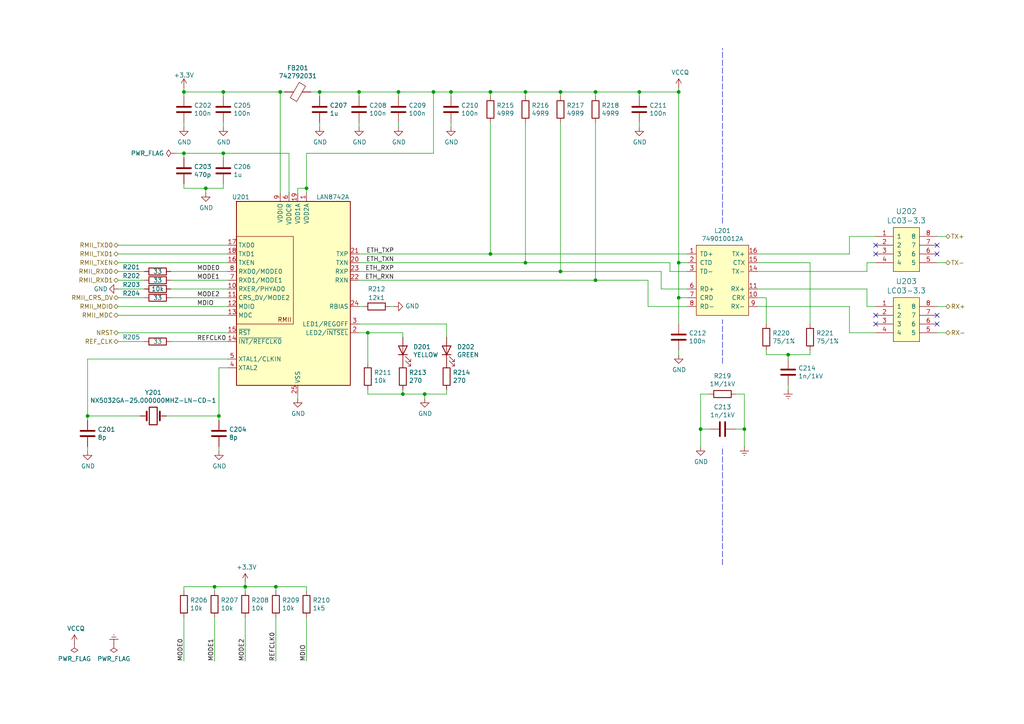
<source format=kicad_sch>
(kicad_sch (version 20230121) (generator eeschema)
  (paper "A4")
  (title_block (date "2023-07-12") (rev "1.1"))
  (lib_symbols
    (symbol "Device:C" (pin_numbers hide) (pin_names (offset 0.254))
      (property "Reference" "C" (at 0.635 2.54 0))
      (property "Value" "C" (at 0.635 -2.54 0))
      (symbol "C_0_1"
        (polyline (pts (xy -2.032 -0.762) (xy 2.032 -0.762)) (stroke (width 0.508)))
        (polyline (pts (xy -2.032 0.762) (xy 2.032 0.762)) (stroke (width 0.508)))
      )
      (symbol "C_1_1"
        (pin passive line (at 0 3.81 270) (length 2.794) (name "~") (number "1"))
        (pin passive line (at 0 -3.81 90) (length 2.794) (name "~") (number "2"))
      )
    )
    (symbol "Device:Crystal" (pin_numbers hide) (pin_names (offset 1.016) hide)
      (property "Reference" "Y" (at 0 3.81 0))
      (property "Value" "Crystal" (at 0 -3.81 0))
      (symbol "Crystal_0_1"
        (rectangle (start -1.143 2.54) (end 1.143 -2.54) (stroke (width 0.3048)))
        (polyline (pts (xy -2.54 0) (xy -1.905 0)))
        (polyline (pts (xy -1.905 -1.27) (xy -1.905 1.27)) (stroke (width 0.508)))
        (polyline (pts (xy 1.905 -1.27) (xy 1.905 1.27)) (stroke (width 0.508)))
        (polyline (pts (xy 2.54 0) (xy 1.905 0)))
      )
      (symbol "Crystal_1_1"
        (pin passive line (at -3.81 0 0) (length 1.27) (name "1") (number "1"))
        (pin passive line (at 3.81 0 180) (length 1.27) (name "2") (number "2"))
      )
    )
    (symbol "Device:Ferrite_Bead" (pin_numbers hide) (pin_names (offset 0))
      (property "Reference" "FB" (at -3.81 0.635 90))
      (property "Value" "Device_Ferrite_Bead" (at 3.81 0 90))
      (symbol "Ferrite_Bead_0_1"
        (polyline (pts (xy 0 -1.27) (xy 0 -1.2192)))
        (polyline (pts (xy 0 1.27) (xy 0 1.2954)))
        (polyline (pts (xy -2.7686 0.4064) (xy -1.7018 2.2606) (xy 2.7686 -0.3048) (xy 1.6764 -2.159) (xy -2.7686 0.4064)))
      )
      (symbol "Ferrite_Bead_1_1"
        (pin passive line (at 0 3.81 270) (length 2.54) (name "~") (number "1"))
        (pin passive line (at 0 -3.81 90) (length 2.54) (name "~") (number "2"))
      )
    )
    (symbol "Device:LED" (pin_numbers hide) (pin_names (offset 1.016) hide)
      (property "Reference" "D" (at 0 2.54 0))
      (property "Value" "LED" (at 0 -2.54 0))
      (symbol "LED_0_1"
        (polyline (pts (xy -1.27 -1.27) (xy -1.27 1.27)) (stroke (width 0.254)))
        (polyline (pts (xy -1.27 0) (xy 1.27 0)))
        (polyline (pts (xy 1.27 -1.27) (xy 1.27 1.27) (xy -1.27 0) (xy 1.27 -1.27)) (stroke (width 0.254)))
        (polyline (pts (xy -3.048 -0.762) (xy -4.572 -2.286) (xy -3.81 -2.286) (xy -4.572 -2.286) (xy -4.572 -1.524)))
        (polyline (pts (xy -1.778 -0.762) (xy -3.302 -2.286) (xy -2.54 -2.286) (xy -3.302 -2.286) (xy -3.302 -1.524)))
      )
      (symbol "LED_1_1"
        (pin passive line (at -3.81 0 0) (length 2.54) (name "K") (number "1"))
        (pin passive line (at 3.81 0 180) (length 2.54) (name "A") (number "2"))
      )
    )
    (symbol "Device:R" (pin_numbers hide) (pin_names (offset 0))
      (property "Reference" "R" (at 2.032 0 90))
      (property "Value" "R" (at 0 0 90))
      (symbol "R_0_1"
        (rectangle (start -1.016 -2.54) (end 1.016 2.54) (stroke (width 0.254)))
      )
      (symbol "R_1_1"
        (pin passive line (at 0 3.81 270) (length 1.27) (name "~") (number "1"))
        (pin passive line (at 0 -3.81 90) (length 1.27) (name "~") (number "2"))
      )
    )
    (symbol "ETH1CSMU2:749010012A" (pin_names (offset 1.016))
      (property "Reference" "L" (at 0 13.97 0))
      (property "Value" "749010012A" (at 0 11.43 0))
      (symbol "749010012A_0_1"
        (rectangle (start -7.62 10.16) (end 7.62 -10.16) (fill (type background)))
      )
      (symbol "749010012A_1_1"
        (pin bidirectional line (at -10.16 7.62 0) (length 2.54) (name "TD+") (number "1"))
        (pin bidirectional line (at 10.16 -5.08 180) (length 2.54) (name "CRX") (number "10"))
        (pin bidirectional line (at 10.16 -2.54 180) (length 2.54) (name "RX+") (number "11"))
        (pin bidirectional line (at 10.16 2.54 180) (length 2.54) (name "TX-") (number "14"))
        (pin bidirectional line (at 10.16 5.08 180) (length 2.54) (name "CTX") (number "15"))
        (pin bidirectional line (at 10.16 7.62 180) (length 2.54) (name "TX+") (number "16"))
        (pin passive line (at -10.16 5.08 0) (length 2.54) (name "CTD") (number "2"))
        (pin bidirectional line (at -10.16 2.54 0) (length 2.54) (name "TD-") (number "3"))
        (pin bidirectional line (at -10.16 -2.54 0) (length 2.54) (name "RD+") (number "6"))
        (pin passive line (at -10.16 -5.08 0) (length 2.54) (name "CRD") (number "7"))
        (pin bidirectional line (at -10.16 -7.62 0) (length 2.54) (name "RD-") (number "8"))
        (pin bidirectional line (at 10.16 -7.62 180) (length 2.54) (name "RX-") (number "9"))
      )
    )
    (symbol "ETH1CSMU2:LAN8742"
      (property "Reference" "U" (at -13.97 29.21 0))
      (property "Value" "LAN8742" (at 15.24 29.21 0))
      (symbol "LAN8742_0_0"
        (text "RMII" (at -3.81 -6.35 0) (effects (font (size 1.27 1.27))))
      )
      (symbol "LAN8742_0_1"
        (rectangle (start -17.78 17.78) (end -1.27 -7.62))
        (rectangle (start -17.78 27.94) (end 15.24 -25.4) (stroke (width 0.254)) (fill (type background)))
      )
      (symbol "LAN8742_1_1"
        (pin power_in line (at 2.54 30.48 270) (length 2.54) (name "VDD2A") (number "1"))
        (pin output line (at -20.32 2.54 0) (length 2.54) (name "RXER/PHYAD0") (number "10"))
        (pin output line (at -20.32 0 0) (length 2.54) (name "CRS_DV/MODE2") (number "11"))
        (pin bidirectional line (at -20.32 -2.54 0) (length 2.54) (name "MDIO") (number "12"))
        (pin input line (at -20.32 -5.08 0) (length 2.54) (name "MDC") (number "13"))
        (pin output line (at -20.32 -12.7 0) (length 2.54) (name "~{INT/REFCLK0}") (number "14"))
        (pin input line (at -20.32 -10.16 0) (length 2.54) (name "~{RST}") (number "15"))
        (pin input line (at -20.32 10.16 0) (length 2.54) (name "TXEN") (number "16"))
        (pin input line (at -20.32 15.24 0) (length 2.54) (name "TXD0") (number "17"))
        (pin input line (at -20.32 12.7 0) (length 2.54) (name "TXD1") (number "18"))
        (pin power_in line (at 0 30.48 270) (length 2.54) (name "VDD1A") (number "19"))
        (pin bidirectional line (at 17.78 -10.16 180) (length 2.54) (name "LED2/~{INTSEL}") (number "2"))
        (pin output line (at 17.78 10.16 180) (length 2.54) (name "TXN") (number "20"))
        (pin output line (at 17.78 12.7 180) (length 2.54) (name "TXP") (number "21"))
        (pin output line (at 17.78 5.08 180) (length 2.54) (name "RXN") (number "22"))
        (pin output line (at 17.78 7.62 180) (length 2.54) (name "RXP") (number "23"))
        (pin input line (at 17.78 -2.54 180) (length 2.54) (name "RBIAS") (number "24"))
        (pin passive line (at 0 -27.94 90) (length 2.54) (name "VSS") (number "25"))
        (pin bidirectional line (at 17.78 -7.62 180) (length 2.54) (name "LED1/REGOFF") (number "3"))
        (pin passive line (at -20.32 -20.32 0) (length 2.54) (name "XTAL2") (number "4"))
        (pin passive line (at -20.32 -17.78 0) (length 2.54) (name "XTAL1/CLKIN") (number "5"))
        (pin power_in line (at -2.54 30.48 270) (length 2.54) (name "VDDCR") (number "6"))
        (pin output line (at -20.32 5.08 0) (length 2.54) (name "RXD1/MODE1") (number "7"))
        (pin output line (at -20.32 7.62 0) (length 2.54) (name "RXD0/MODE0") (number "8"))
        (pin power_in line (at -5.08 30.48 270) (length 2.54) (name "VDDIO") (number "9"))
      )
    )
    (symbol "ETH1CSMU2:LC03-3.3" (pin_names (offset 1.016))
      (property "Reference" "U" (at -2.54 7.62 0))
      (property "Value" "LC03-3.3" (at 0 -8.255 0))
      (symbol "LC03-3.3_0_1"
        (rectangle (start -3.81 6.35) (end 3.81 -6.35) (fill (type background)))
        (rectangle (start 3.81 -6.35) (end 3.81 -6.35))
      )
      (symbol "LC03-3.3_1_1"
        (pin bidirectional line (at -8.89 3.81 0) (length 5.08) (name "1") (number "1"))
        (pin bidirectional line (at -8.89 1.27 0) (length 5.08) (name "2") (number "2"))
        (pin bidirectional line (at -8.89 -1.27 0) (length 5.08) (name "3") (number "3"))
        (pin bidirectional line (at -8.89 -3.81 0) (length 5.08) (name "4") (number "4"))
        (pin bidirectional line (at 8.89 -3.81 180) (length 5.08) (name "5") (number "5"))
        (pin bidirectional line (at 8.89 -1.27 180) (length 5.08) (name "6") (number "6"))
        (pin bidirectional line (at 8.89 1.27 180) (length 5.08) (name "7") (number "7"))
        (pin bidirectional line (at 8.89 3.81 180) (length 5.08) (name "8") (number "8"))
      )
    )
    (symbol "power:+3.3V" (power) (pin_names (offset 0))
      (property "Value" "+3.3V" (at 0 3.556 0))
      (symbol "+3.3V_0_1"
        (polyline (pts (xy -0.762 1.27) (xy 0 2.54)))
        (polyline (pts (xy 0 0) (xy 0 2.54)))
        (polyline (pts (xy 0 2.54) (xy 0.762 1.27)))
      )
      (symbol "+3.3V_1_1"
        (pin power_in line (at 0 0 90) (length 0) hide (name "+3.3V") (number "1"))
      )
    )
    (symbol "power:Earth" (power) (pin_names (offset 0))
      (symbol "Earth_0_1"
        (polyline (pts (xy -0.635 -1.905) (xy 0.635 -1.905)))
        (polyline (pts (xy -0.127 -2.54) (xy 0.127 -2.54)))
        (polyline (pts (xy 0 -1.27) (xy 0 0)))
        (polyline (pts (xy 1.27 -1.27) (xy -1.27 -1.27)))
      )
      (symbol "Earth_1_1"
        (pin power_in line (at 0 0 270) (length 0) hide (name "Earth") (number "1"))
      )
    )
    (symbol "power:GND" (power) (pin_names (offset 0))
      (property "Value" "GND" (at 0 -3.81 0))
      (symbol "GND_0_1"
        (polyline (pts (xy 0 0) (xy 0 -1.27) (xy 1.27 -1.27) (xy 0 -2.54) (xy -1.27 -1.27) (xy 0 -1.27)))
      )
      (symbol "GND_1_1"
        (pin power_in line (at 0 0 270) (length 0) hide (name "GND") (number "1"))
      )
    )
    (symbol "power:PWR_FLAG" (power) (pin_numbers hide) (pin_names (offset 0) hide)
      (property "Value" "PWR_FLAG" (at 0 3.81 0))
      (symbol "PWR_FLAG_0_0"
        (pin power_out line (at 0 0 90) (length 0) (name "pwr") (number "1"))
      )
      (symbol "PWR_FLAG_0_1"
        (polyline (pts (xy 0 0) (xy 0 1.27) (xy -1.016 1.905) (xy 0 2.54) (xy 1.016 1.905) (xy 0 1.27)))
      )
    )
    (symbol "power:VCCQ" (power) (pin_names (offset 0))
      (property "Value" "VCCQ" (at 0 3.81 0))
      (symbol "VCCQ_0_1"
        (polyline (pts (xy -0.762 1.27) (xy 0 2.54)))
        (polyline (pts (xy 0 0) (xy 0 2.54)))
        (polyline (pts (xy 0 2.54) (xy 0.762 1.27)))
      )
      (symbol "VCCQ_1_1"
        (pin power_in line (at 0 0 90) (length 0) hide (name "VCCQ") (number "1"))
      )
    )
  )
  (junction (at 162.56 78.74))
  (junction (at 88.9 54.61))
  (junction (at 59.69 54.61))
  (junction (at 228.6 102.87))
  (junction (at 152.4 26.67))
  (junction (at 203.2 124.46))
  (junction (at 196.85 76.2))
  (junction (at 130.81 26.67))
  (junction (at 53.34 44.45))
  (junction (at 116.84 114.3))
  (junction (at 80.01 170.18))
  (junction (at 172.72 26.67))
  (junction (at 115.57 26.67))
  (junction (at 123.19 114.3))
  (junction (at 196.85 26.67))
  (junction (at 162.56 26.67))
  (junction (at 92.71 26.67))
  (junction (at 63.5 120.65))
  (junction (at 81.28 26.67))
  (junction (at 142.24 26.67))
  (junction (at 64.77 44.45))
  (junction (at 106.68 96.52))
  (junction (at 125.73 26.67))
  (junction (at 196.85 86.36))
  (junction (at 142.24 73.66))
  (junction (at 62.23 170.18))
  (junction (at 104.14 26.67))
  (junction (at 185.42 26.67))
  (junction (at 25.4 120.65))
  (junction (at 152.4 76.2))
  (junction (at 71.12 170.18))
  (junction (at 64.77 26.67))
  (junction (at 53.34 26.67))
  (junction (at 215.9 124.46))
  (junction (at 172.72 81.28))
  (no_connect (at 271.78 93.98))
  (no_connect (at 271.78 73.66))
  (no_connect (at 254 73.66))
  (no_connect (at 254 71.12))
  (no_connect (at 271.78 71.12))
  (no_connect (at 254 93.98))
  (no_connect (at 254 91.44))
  (no_connect (at 271.78 91.44))
  (wire (pts (xy 172.72 35.56) (xy 172.72 81.28)))
  (wire (pts (xy 48.26 120.65) (xy 63.5 120.65)))
  (wire (pts (xy 125.73 26.67) (xy 115.57 26.67)))
  (wire (pts (xy 271.78 68.58) (xy 274.32 68.58)))
  (wire (pts (xy 104.14 78.74) (xy 162.56 78.74)))
  (wire (pts (xy 129.54 97.79) (xy 129.54 93.98)))
  (wire (pts (xy 53.34 27.94) (xy 53.34 26.67)))
  (wire (pts (xy 59.69 54.61) (xy 64.77 54.61)))
  (wire (pts (xy 53.34 44.45) (xy 64.77 44.45)))
  (wire (pts (xy 162.56 27.94) (xy 162.56 26.67)))
  (wire (pts (xy 53.34 170.18) (xy 62.23 170.18)))
  (wire (pts (xy 86.36 54.61) (xy 88.9 54.61)))
  (wire (pts (xy 116.84 113.03) (xy 116.84 114.3)))
  (wire (pts (xy 106.68 105.41) (xy 106.68 96.52)))
  (wire (pts (xy 104.14 81.28) (xy 172.72 81.28)))
  (wire (pts (xy 80.01 171.45) (xy 80.01 170.18)))
  (wire (pts (xy 86.36 55.88) (xy 86.36 54.61)))
  (wire (pts (xy 63.5 130.81) (xy 63.5 129.54)))
  (wire (pts (xy 251.46 88.9) (xy 254 88.9)))
  (wire (pts (xy 83.82 44.45) (xy 83.82 55.88)))
  (wire (pts (xy 81.28 26.67) (xy 81.28 55.88)))
  (wire (pts (xy 251.46 76.2) (xy 254 76.2)))
  (wire (pts (xy 162.56 78.74) (xy 191.77 78.74)))
  (wire (pts (xy 222.25 86.36) (xy 219.71 86.36)))
  (wire (pts (xy 64.77 54.61) (xy 64.77 53.34)))
  (wire (pts (xy 234.95 102.87) (xy 234.95 101.6)))
  (polyline (pts (xy 209.55 105.41) (xy 209.55 92.71)) (stroke (width 0) (type dash)))
  (wire (pts (xy 53.34 26.67) (xy 64.77 26.67)))
  (wire (pts (xy 88.9 54.61) (xy 88.9 44.45)))
  (wire (pts (xy 71.12 168.91) (xy 71.12 170.18)))
  (wire (pts (xy 162.56 26.67) (xy 172.72 26.67)))
  (wire (pts (xy 251.46 78.74) (xy 251.46 76.2)))
  (wire (pts (xy 115.57 36.83) (xy 115.57 35.56)))
  (wire (pts (xy 125.73 44.45) (xy 125.73 26.67)))
  (wire (pts (xy 222.25 93.98) (xy 222.25 86.36)))
  (polyline (pts (xy 209.55 64.77) (xy 209.55 13.97)) (stroke (width 0) (type dash)))
  (wire (pts (xy 104.14 73.66) (xy 142.24 73.66)))
  (wire (pts (xy 196.85 26.67) (xy 196.85 76.2)))
  (wire (pts (xy 215.9 124.46) (xy 213.36 124.46)))
  (wire (pts (xy 219.71 88.9) (xy 246.38 88.9)))
  (wire (pts (xy 88.9 171.45) (xy 88.9 170.18)))
  (wire (pts (xy 25.4 129.54) (xy 25.4 130.81)))
  (wire (pts (xy 116.84 114.3) (xy 106.68 114.3)))
  (wire (pts (xy 88.9 44.45) (xy 125.73 44.45)))
  (wire (pts (xy 130.81 36.83) (xy 130.81 35.56)))
  (wire (pts (xy 64.77 45.72) (xy 64.77 44.45)))
  (wire (pts (xy 104.14 76.2) (xy 152.4 76.2)))
  (wire (pts (xy 34.29 83.82) (xy 41.91 83.82)))
  (wire (pts (xy 219.71 83.82) (xy 251.46 83.82)))
  (wire (pts (xy 71.12 170.18) (xy 71.12 171.45)))
  (wire (pts (xy 246.38 73.66) (xy 246.38 68.58)))
  (wire (pts (xy 106.68 114.3) (xy 106.68 113.03)))
  (wire (pts (xy 130.81 26.67) (xy 142.24 26.67)))
  (wire (pts (xy 88.9 54.61) (xy 88.9 55.88)))
  (wire (pts (xy 215.9 114.3) (xy 215.9 124.46)))
  (wire (pts (xy 246.38 68.58) (xy 254 68.58)))
  (wire (pts (xy 64.77 26.67) (xy 81.28 26.67)))
  (wire (pts (xy 222.25 101.6) (xy 222.25 102.87)))
  (wire (pts (xy 104.14 93.98) (xy 129.54 93.98)))
  (wire (pts (xy 34.29 81.28) (xy 41.91 81.28)))
  (wire (pts (xy 34.29 99.06) (xy 41.91 99.06)))
  (wire (pts (xy 63.5 106.68) (xy 66.04 106.68)))
  (wire (pts (xy 49.53 78.74) (xy 66.04 78.74)))
  (wire (pts (xy 104.14 27.94) (xy 104.14 26.67)))
  (wire (pts (xy 219.71 73.66) (xy 246.38 73.66)))
  (wire (pts (xy 25.4 104.14) (xy 25.4 120.65)))
  (wire (pts (xy 191.77 83.82) (xy 199.39 83.82)))
  (wire (pts (xy 271.78 96.52) (xy 274.32 96.52)))
  (wire (pts (xy 203.2 114.3) (xy 203.2 124.46)))
  (wire (pts (xy 34.29 76.2) (xy 66.04 76.2)))
  (wire (pts (xy 62.23 170.18) (xy 71.12 170.18)))
  (wire (pts (xy 196.85 86.36) (xy 199.39 86.36)))
  (wire (pts (xy 125.73 26.67) (xy 130.81 26.67)))
  (wire (pts (xy 63.5 121.92) (xy 63.5 120.65)))
  (wire (pts (xy 130.81 27.94) (xy 130.81 26.67)))
  (wire (pts (xy 86.36 115.57) (xy 86.36 114.3)))
  (wire (pts (xy 142.24 73.66) (xy 199.39 73.66)))
  (wire (pts (xy 80.01 179.07) (xy 80.01 191.77)))
  (wire (pts (xy 185.42 27.94) (xy 185.42 26.67)))
  (wire (pts (xy 25.4 121.92) (xy 25.4 120.65)))
  (wire (pts (xy 246.38 96.52) (xy 254 96.52)))
  (wire (pts (xy 25.4 120.65) (xy 40.64 120.65)))
  (wire (pts (xy 34.29 73.66) (xy 66.04 73.66)))
  (wire (pts (xy 53.34 54.61) (xy 59.69 54.61)))
  (wire (pts (xy 203.2 124.46) (xy 205.74 124.46)))
  (wire (pts (xy 228.6 104.14) (xy 228.6 102.87)))
  (wire (pts (xy 34.29 71.12) (xy 66.04 71.12)))
  (wire (pts (xy 53.34 25.4) (xy 53.34 26.67)))
  (wire (pts (xy 104.14 96.52) (xy 106.68 96.52)))
  (wire (pts (xy 246.38 88.9) (xy 246.38 96.52)))
  (wire (pts (xy 172.72 27.94) (xy 172.72 26.67)))
  (wire (pts (xy 228.6 111.76) (xy 228.6 113.03)))
  (wire (pts (xy 53.34 171.45) (xy 53.34 170.18)))
  (wire (pts (xy 215.9 129.54) (xy 215.9 124.46)))
  (wire (pts (xy 53.34 36.83) (xy 53.34 35.56)))
  (wire (pts (xy 64.77 27.94) (xy 64.77 26.67)))
  (wire (pts (xy 104.14 26.67) (xy 92.71 26.67)))
  (wire (pts (xy 49.53 81.28) (xy 66.04 81.28)))
  (wire (pts (xy 81.28 26.67) (xy 82.55 26.67)))
  (wire (pts (xy 59.69 55.88) (xy 59.69 54.61)))
  (wire (pts (xy 234.95 76.2) (xy 219.71 76.2)))
  (wire (pts (xy 271.78 88.9) (xy 274.32 88.9)))
  (wire (pts (xy 185.42 36.83) (xy 185.42 35.56)))
  (wire (pts (xy 49.53 83.82) (xy 66.04 83.82)))
  (wire (pts (xy 64.77 36.83) (xy 64.77 35.56)))
  (wire (pts (xy 71.12 179.07) (xy 71.12 191.77)))
  (wire (pts (xy 152.4 26.67) (xy 162.56 26.67)))
  (wire (pts (xy 88.9 170.18) (xy 80.01 170.18)))
  (wire (pts (xy 185.42 26.67) (xy 196.85 26.67)))
  (wire (pts (xy 92.71 36.83) (xy 92.71 35.56)))
  (wire (pts (xy 106.68 96.52) (xy 116.84 96.52)))
  (wire (pts (xy 196.85 102.87) (xy 196.85 101.6)))
  (wire (pts (xy 49.53 99.06) (xy 66.04 99.06)))
  (wire (pts (xy 152.4 27.94) (xy 152.4 26.67)))
  (wire (pts (xy 92.71 26.67) (xy 90.17 26.67)))
  (wire (pts (xy 172.72 81.28) (xy 187.96 81.28)))
  (wire (pts (xy 115.57 27.94) (xy 115.57 26.67)))
  (wire (pts (xy 172.72 26.67) (xy 185.42 26.67)))
  (wire (pts (xy 123.19 114.3) (xy 129.54 114.3)))
  (wire (pts (xy 152.4 76.2) (xy 194.31 76.2)))
  (wire (pts (xy 114.3 88.9) (xy 113.03 88.9)))
  (wire (pts (xy 49.53 86.36) (xy 66.04 86.36)))
  (wire (pts (xy 104.14 36.83) (xy 104.14 35.56)))
  (wire (pts (xy 34.29 91.44) (xy 66.04 91.44)))
  (wire (pts (xy 105.41 88.9) (xy 104.14 88.9)))
  (wire (pts (xy 187.96 81.28) (xy 187.96 88.9)))
  (wire (pts (xy 228.6 102.87) (xy 234.95 102.87)))
  (wire (pts (xy 194.31 76.2) (xy 194.31 78.74)))
  (wire (pts (xy 62.23 179.07) (xy 62.23 191.77)))
  (wire (pts (xy 50.8 44.45) (xy 53.34 44.45)))
  (wire (pts (xy 219.71 78.74) (xy 251.46 78.74)))
  (wire (pts (xy 271.78 76.2) (xy 274.32 76.2)))
  (wire (pts (xy 80.01 170.18) (xy 71.12 170.18)))
  (wire (pts (xy 213.36 114.3) (xy 215.9 114.3)))
  (wire (pts (xy 62.23 171.45) (xy 62.23 170.18)))
  (wire (pts (xy 203.2 129.54) (xy 203.2 124.46)))
  (wire (pts (xy 53.34 53.34) (xy 53.34 54.61)))
  (wire (pts (xy 66.04 104.14) (xy 25.4 104.14)))
  (wire (pts (xy 63.5 120.65) (xy 63.5 106.68)))
  (wire (pts (xy 162.56 35.56) (xy 162.56 78.74)))
  (wire (pts (xy 152.4 35.56) (xy 152.4 76.2)))
  (wire (pts (xy 34.29 88.9) (xy 66.04 88.9)))
  (wire (pts (xy 116.84 97.79) (xy 116.84 96.52)))
  (wire (pts (xy 234.95 93.98) (xy 234.95 76.2)))
  (wire (pts (xy 222.25 102.87) (xy 228.6 102.87)))
  (wire (pts (xy 142.24 35.56) (xy 142.24 73.66)))
  (polyline (pts (xy 209.55 163.83) (xy 209.55 129.54)) (stroke (width 0) (type dash)))
  (wire (pts (xy 34.29 96.52) (xy 66.04 96.52)))
  (wire (pts (xy 187.96 88.9) (xy 199.39 88.9)))
  (wire (pts (xy 123.19 115.57) (xy 123.19 114.3)))
  (wire (pts (xy 115.57 26.67) (xy 104.14 26.67)))
  (wire (pts (xy 196.85 86.36) (xy 196.85 76.2)))
  (wire (pts (xy 196.85 25.4) (xy 196.85 26.67)))
  (wire (pts (xy 196.85 93.98) (xy 196.85 86.36)))
  (wire (pts (xy 142.24 26.67) (xy 152.4 26.67)))
  (wire (pts (xy 88.9 179.07) (xy 88.9 191.77)))
  (wire (pts (xy 53.34 44.45) (xy 53.34 45.72)))
  (wire (pts (xy 92.71 27.94) (xy 92.71 26.67)))
  (wire (pts (xy 64.77 44.45) (xy 83.82 44.45)))
  (wire (pts (xy 196.85 76.2) (xy 199.39 76.2)))
  (wire (pts (xy 251.46 83.82) (xy 251.46 88.9)))
  (wire (pts (xy 191.77 78.74) (xy 191.77 83.82)))
  (wire (pts (xy 129.54 114.3) (xy 129.54 113.03)))
  (wire (pts (xy 41.91 78.74) (xy 34.29 78.74)))
  (wire (pts (xy 205.74 114.3) (xy 203.2 114.3)))
  (wire (pts (xy 116.84 114.3) (xy 123.19 114.3)))
  (wire (pts (xy 53.34 179.07) (xy 53.34 191.77)))
  (wire (pts (xy 194.31 78.74) (xy 199.39 78.74)))
  (wire (pts (xy 34.29 86.36) (xy 41.91 86.36)))
  (wire (pts (xy 142.24 27.94) (xy 142.24 26.67)))
  (label "ETH_RXN" (at 114.3 81.28 180))
  (label "REFCLK0" (at 80.01 191.77 90))
  (label "MODE2" (at 57.15 86.36 0))
  (label "MDIO" (at 88.9 191.77 90))
  (label "REFCLK0" (at 57.15 99.06 0))
  (label "MODE0" (at 57.15 78.74 0))
  (label "MODE0" (at 53.34 191.77 90))
  (label "ETH_TXN" (at 114.3 76.2 180))
  (label "MODE1" (at 62.23 191.77 90))
  (label "MODE1" (at 57.15 81.28 0))
  (label "ETH_TXP" (at 114.3 73.66 180))
  (label "ETH_RXP" (at 114.3 78.74 180))
  (label "MODE2" (at 71.12 191.77 90))
  (label "MDIO" (at 57.15 88.9 0))
  (hierarchical_label "REF_CLK" (shape bidirectional) (at 34.29 99.06 180))
  (hierarchical_label "TX+" (shape bidirectional) (at 274.32 68.58 0))
  (hierarchical_label "RMII_MDIO" (shape bidirectional) (at 34.29 88.9 180))
  (hierarchical_label "NRST" (shape bidirectional) (at 34.29 96.52 180))
  (hierarchical_label "TX-" (shape bidirectional) (at 274.32 76.2 0))
  (hierarchical_label "RX+" (shape bidirectional) (at 274.32 88.9 0))
  (hierarchical_label "RMII_RXD1" (shape bidirectional) (at 34.29 81.28 180))
  (hierarchical_label "RMII_RXD0" (shape bidirectional) (at 34.29 78.74 180))
  (hierarchical_label "RX-" (shape bidirectional) (at 274.32 96.52 0))
  (hierarchical_label "RMII_TXD1" (shape bidirectional) (at 34.29 73.66 180))
  (hierarchical_label "RMII_MDC" (shape bidirectional) (at 34.29 91.44 180))
  (hierarchical_label "RMII_TXD0" (shape bidirectional) (at 34.29 71.12 180))
  (hierarchical_label "RMII_CRS_DV" (shape bidirectional) (at 34.29 86.36 180))
  (hierarchical_label "RMII_TXEN" (shape bidirectional) (at 34.29 76.2 180))
  (symbol (lib_id "power:GND") (at 104.14 36.83 0) (unit 1)
    (property "Reference" "#PWR0213" (effects hide))
    (property "Value" "GND" (at 104.267 41.2242 0))
    (instances (project "ETH1CSMU2" (path "" (reference "#PWR0213") (unit 1))) (project "ETH1CFGEN1" (path "" (reference "#PWR0313") (unit 1))))
  )
  (symbol (lib_id "power:GND") (at 53.34 36.83 0) (unit 1)
    (property "Reference" "#PWR0206" (effects hide))
    (property "Value" "GND" (at 53.467 41.2242 0))
    (instances (project "ETH1CSMU2" (path "" (reference "#PWR0206") (unit 1))) (project "ETH1CFGEN1" (path "" (reference "#PWR0306") (unit 1))))
  )
  (symbol (lib_id "Device:C") (at 64.77 31.75 0) (unit 1)
    (property "Reference" "C205" (at 67.691 30.5816 0) (effects (justify left)))
    (property "Value" "100n" (at 67.691 32.893 0) (effects (justify left)))
    (property "Footprint" "Capacitor_SMD:C_0603_1608Metric_Pad1.08x0.95mm_HandSolder" (effects hide))
    (instances (project "ETH1CSMU2" (path "" (reference "C205") (unit 1))) (project "ETH1CFGEN1" (path "" (reference "C305") (unit 1))))
  )
  (symbol (lib_id "ETH1CSMU2:749010012A") (at 209.55 81.28 0) (unit 1)
    (property "Reference" "L201" (at 209.55 66.929 0))
    (property "Value" "749010012A" (at 209.55 69.2404 0))
    (property "Footprint" "ETH1CSMU2:749010012A" (effects hide))
    (instances (project "ETH1CSMU2" (path "" (reference "L201") (unit 1))) (project "ETH1CFGEN1" (path "" (reference "L301") (unit 1))))
  )
  (symbol (lib_id "Device:R") (at 71.12 175.26 0) (unit 1)
    (property "Reference" "R208" (at 72.898 174.0916 0) (effects (justify left)))
    (property "Value" "10k" (at 72.898 176.403 0) (effects (justify left)))
    (property "Footprint" "Resistor_SMD:R_0603_1608Metric_Pad0.98x0.95mm_HandSolder" (effects hide))
    (instances (project "ETH1CSMU2" (path "" (reference "R208") (unit 1))) (project "ETH1CFGEN1" (path "" (reference "R308") (unit 1))))
  )
  (symbol (lib_id "power:GND") (at 203.2 129.54 0) (unit 1)
    (property "Reference" "#PWR0221" (effects hide))
    (property "Value" "GND" (at 203.327 133.9342 0))
    (instances (project "ETH1CSMU2" (path "" (reference "#PWR0221") (unit 1))) (project "ETH1CFGEN1" (path "" (reference "#PWR0321") (unit 1))))
  )
  (symbol (lib_id "Device:C") (at 185.42 31.75 0) (unit 1)
    (property "Reference" "C211" (at 188.341 30.5816 0) (effects (justify left)))
    (property "Value" "100n" (at 188.341 32.893 0) (effects (justify left)))
    (property "Footprint" "Capacitor_SMD:C_0603_1608Metric_Pad1.08x0.95mm_HandSolder" (effects hide))
    (instances (project "ETH1CSMU2" (path "" (reference "C211") (unit 1))) (project "ETH1CFGEN1" (path "" (reference "C311") (unit 1))))
  )
  (symbol (lib_id "Device:R") (at 142.24 31.75 0) (unit 1)
    (property "Reference" "R215" (at 144.018 30.5816 0) (effects (justify left)))
    (property "Value" "49R9" (at 144.018 32.893 0) (effects (justify left)))
    (property "Footprint" "Resistor_SMD:R_0603_1608Metric_Pad0.98x0.95mm_HandSolder" (effects hide))
    (instances (project "ETH1CSMU2" (path "" (reference "R215") (unit 1))) (project "ETH1CFGEN1" (path "" (reference "R315") (unit 1))))
  )
  (symbol (lib_id "power:GND") (at 34.29 83.82 270) (unit 1)
    (property "Reference" "#PWR0204" (effects hide))
    (property "Value" "GND" (at 29.21 83.82 90))
    (instances (project "ETH1CSMU2" (path "" (reference "#PWR0204") (unit 1))) (project "ETH1CFGEN1" (path "" (reference "#PWR0304") (unit 1))))
  )
  (symbol (lib_id "Device:R") (at 45.72 78.74 270) (unit 1)
    (property "Reference" "R201" (at 38.1 77.47 90))
    (property "Value" "33" (at 45.72 78.74 90))
    (property "Footprint" "Resistor_SMD:R_0603_1608Metric_Pad0.98x0.95mm_HandSolder" (effects hide))
    (instances (project "ETH1CSMU2" (path "" (reference "R201") (unit 1))) (project "ETH1CFGEN1" (path "" (reference "R301") (unit 1))))
  )
  (symbol (lib_id "power:GND") (at 130.81 36.83 0) (unit 1)
    (property "Reference" "#PWR0217" (effects hide))
    (property "Value" "GND" (at 130.937 41.2242 0))
    (instances (project "ETH1CSMU2" (path "" (reference "#PWR0217") (unit 1))) (project "ETH1CFGEN1" (path "" (reference "#PWR0317") (unit 1))))
  )
  (symbol (lib_id "Device:R") (at 222.25 97.79 0) (unit 1)
    (property "Reference" "R220" (at 224.028 96.6216 0) (effects (justify left)))
    (property "Value" "75/1%" (at 224.028 98.933 0) (effects (justify left)))
    (property "Footprint" "Resistor_SMD:R_0603_1608Metric_Pad0.98x0.95mm_HandSolder" (effects hide))
    (instances (project "ETH1CSMU2" (path "" (reference "R220") (unit 1))) (project "ETH1CFGEN1" (path "" (reference "R320") (unit 1))))
  )
  (symbol (lib_id "Device:R") (at 209.55 114.3 270) (unit 1)
    (property "Reference" "R219" (at 209.55 109.0422 90))
    (property "Value" "1M/1kV" (at 209.55 111.3536 90))
    (property "Footprint" "Resistor_SMD:R_1206_3216Metric_Pad1.30x1.75mm_HandSolder" (effects hide))
    (instances (project "ETH1CSMU2" (path "" (reference "R219") (unit 1))) (project "ETH1CFGEN1" (path "" (reference "R319") (unit 1))))
  )
  (symbol (lib_id "power:GND") (at 59.69 55.88 0) (unit 1)
    (property "Reference" "#PWR0207" (effects hide))
    (property "Value" "GND" (at 59.817 60.2742 0))
    (instances (project "ETH1CSMU2" (path "" (reference "#PWR0207") (unit 1))) (project "ETH1CFGEN1" (path "" (reference "#PWR0307") (unit 1))))
  )
  (symbol (lib_id "Device:R") (at 45.72 99.06 270) (unit 1)
    (property "Reference" "R205" (at 38.1 97.79 90))
    (property "Value" "33" (at 45.72 99.06 90))
    (property "Footprint" "Resistor_SMD:R_0603_1608Metric_Pad0.98x0.95mm_HandSolder" (effects hide))
    (instances (project "ETH1CSMU2" (path "" (reference "R205") (unit 1))) (project "ETH1CFGEN1" (path "" (reference "R305") (unit 1))))
  )
  (symbol (lib_id "Device:C") (at 53.34 49.53 0) (unit 1)
    (property "Reference" "C203" (at 56.261 48.3616 0) (effects (justify left)))
    (property "Value" "470p" (at 56.261 50.673 0) (effects (justify left)))
    (property "Footprint" "Capacitor_SMD:C_0603_1608Metric_Pad1.08x0.95mm_HandSolder" (effects hide))
    (instances (project "ETH1CSMU2" (path "" (reference "C203") (unit 1))) (project "ETH1CFGEN1" (path "" (reference "C303") (unit 1))))
  )
  (symbol (lib_id "Device:R") (at 109.22 88.9 270) (unit 1)
    (property "Reference" "R212" (at 109.22 83.82 90))
    (property "Value" "12k1" (at 109.22 86.36 90))
    (property "Footprint" "Resistor_SMD:R_0603_1608Metric_Pad0.98x0.95mm_HandSolder" (effects hide))
    (instances (project "ETH1CSMU2" (path "" (reference "R212") (unit 1))) (project "ETH1CFGEN1" (path "" (reference "R312") (unit 1))))
  )
  (symbol (lib_id "power:GND") (at 64.77 36.83 0) (unit 1)
    (property "Reference" "#PWR0209" (effects hide))
    (property "Value" "GND" (at 64.897 41.2242 0))
    (instances (project "ETH1CSMU2" (path "" (reference "#PWR0209") (unit 1))) (project "ETH1CFGEN1" (path "" (reference "#PWR0309") (unit 1))))
  )
  (symbol (lib_id "Device:R") (at 152.4 31.75 0) (unit 1)
    (property "Reference" "R216" (at 154.178 30.5816 0) (effects (justify left)))
    (property "Value" "49R9" (at 154.178 32.893 0) (effects (justify left)))
    (property "Footprint" "Resistor_SMD:R_0603_1608Metric_Pad0.98x0.95mm_HandSolder" (effects hide))
    (instances (project "ETH1CSMU2" (path "" (reference "R216") (unit 1))) (project "ETH1CFGEN1" (path "" (reference "R316") (unit 1))))
  )
  (symbol (lib_id "power:Earth") (at 228.6 113.03 0) (unit 1)
    (property "Reference" "#PWR0223" (effects hide))
    (property "Value" "Earth" (effects hide))
    (instances (project "ETH1CSMU2" (path "" (reference "#PWR0223") (unit 1))) (project "ETH1CFGEN1" (path "" (reference "#PWR0323") (unit 1))))
  )
  (symbol (lib_id "power:GND") (at 196.85 102.87 0) (unit 1)
    (property "Reference" "#PWR0220" (effects hide))
    (property "Value" "GND" (at 196.977 107.2642 0))
    (instances (project "ETH1CSMU2" (path "" (reference "#PWR0220") (unit 1))) (project "ETH1CFGEN1" (path "" (reference "#PWR0320") (unit 1))))
  )
  (symbol (lib_id "power:PWR_FLAG") (at 21.59 186.69 180) (unit 1)
    (property "Reference" "#FLG0201" (effects hide))
    (property "Value" "PWR_FLAG" (at 21.59 191.0842 0))
    (instances (project "ETH1CSMU2" (path "" (reference "#FLG0201") (unit 1))) (project "ETH1CFGEN1" (path "" (reference "#FLG0301") (unit 1))))
  )
  (symbol (lib_id "power:GND") (at 115.57 36.83 0) (unit 1)
    (property "Reference" "#PWR0215" (effects hide))
    (property "Value" "GND" (at 115.697 41.2242 0))
    (instances (project "ETH1CSMU2" (path "" (reference "#PWR0215") (unit 1))) (project "ETH1CFGEN1" (path "" (reference "#PWR0315") (unit 1))))
  )
  (symbol (lib_id "Device:C") (at 209.55 124.46 270) (unit 1)
    (property "Reference" "C213" (at 209.55 118.0592 90))
    (property "Value" "1n/1kV" (at 209.55 120.3706 90))
    (property "Footprint" "Capacitor_SMD:C_1206_3216Metric_Pad1.33x1.80mm_HandSolder" (effects hide))
    (instances (project "ETH1CSMU2" (path "" (reference "C213") (unit 1))) (project "ETH1CFGEN1" (path "" (reference "C313") (unit 1))))
  )
  (symbol (lib_id "Device:C") (at 115.57 31.75 0) (unit 1)
    (property "Reference" "C209" (at 118.491 30.5816 0) (effects (justify left)))
    (property "Value" "100n" (at 118.491 32.893 0) (effects (justify left)))
    (property "Footprint" "Capacitor_SMD:C_0603_1608Metric_Pad1.08x0.95mm_HandSolder" (effects hide))
    (instances (project "ETH1CSMU2" (path "" (reference "C209") (unit 1))) (project "ETH1CFGEN1" (path "" (reference "C309") (unit 1))))
  )
  (symbol (lib_id "Device:LED") (at 116.84 101.6 90) (unit 1)
    (property "Reference" "D201" (at 119.8372 100.6094 90) (effects (justify right)))
    (property "Value" "YELLOW" (at 119.8372 102.9208 90) (effects (justify right)))
    (property "Footprint" "LED_SMD:LED_0603_1608Metric_Pad1.05x0.95mm_HandSolder" (effects hide))
    (instances (project "ETH1CSMU2" (path "" (reference "D201") (unit 1))) (project "ETH1CFGEN1" (path "" (reference "D301") (unit 1))))
  )
  (symbol (lib_id "power:PWR_FLAG") (at 33.02 186.69 180) (unit 1)
    (property "Reference" "#FLG0202" (effects hide))
    (property "Value" "PWR_FLAG" (at 33.02 191.0842 0))
    (instances (project "ETH1CSMU2" (path "" (reference "#FLG0202") (unit 1))) (project "ETH1CFGEN1" (path "" (reference "#FLG0302") (unit 1))))
  )
  (symbol (lib_id "Device:R") (at 172.72 31.75 0) (unit 1)
    (property "Reference" "R218" (at 174.498 30.5816 0) (effects (justify left)))
    (property "Value" "49R9" (at 174.498 32.893 0) (effects (justify left)))
    (property "Footprint" "Resistor_SMD:R_0603_1608Metric_Pad0.98x0.95mm_HandSolder" (effects hide))
    (instances (project "ETH1CSMU2" (path "" (reference "R218") (unit 1))) (project "ETH1CFGEN1" (path "" (reference "R318") (unit 1))))
  )
  (symbol (lib_id "power:VCCQ") (at 21.59 186.69 0) (unit 1)
    (property "Reference" "#PWR0201" (effects hide))
    (property "Value" "VCCQ" (at 22.0218 182.2958 0))
    (instances (project "ETH1CSMU2" (path "" (reference "#PWR0201") (unit 1))) (project "ETH1CFGEN1" (path "" (reference "#PWR0301") (unit 1))))
  )
  (symbol (lib_id "Device:R") (at 116.84 109.22 0) (unit 1)
    (property "Reference" "R213" (at 118.618 108.0516 0) (effects (justify left)))
    (property "Value" "270" (at 118.618 110.363 0) (effects (justify left)))
    (property "Footprint" "Resistor_SMD:R_0603_1608Metric_Pad0.98x0.95mm_HandSolder" (effects hide))
    (instances (project "ETH1CSMU2" (path "" (reference "R213") (unit 1))) (project "ETH1CFGEN1" (path "" (reference "R313") (unit 1))))
  )
  (symbol (lib_id "Device:R") (at 53.34 175.26 0) (unit 1)
    (property "Reference" "R206" (at 55.118 174.0916 0) (effects (justify left)))
    (property "Value" "10k" (at 55.118 176.403 0) (effects (justify left)))
    (property "Footprint" "Resistor_SMD:R_0603_1608Metric_Pad0.98x0.95mm_HandSolder" (effects hide))
    (instances (project "ETH1CSMU2" (path "" (reference "R206") (unit 1))) (project "ETH1CFGEN1" (path "" (reference "R306") (unit 1))))
  )
  (symbol (lib_id "power:GND") (at 92.71 36.83 0) (unit 1)
    (property "Reference" "#PWR0212" (effects hide))
    (property "Value" "GND" (at 92.837 41.2242 0))
    (instances (project "ETH1CSMU2" (path "" (reference "#PWR0212") (unit 1))) (project "ETH1CFGEN1" (path "" (reference "#PWR0312") (unit 1))))
  )
  (symbol (lib_id "power:+3.3V") (at 53.34 25.4 0) (unit 1)
    (property "Reference" "#PWR0205" (effects hide))
    (property "Value" "+3.3V" (at 53.34 21.8242 0))
    (instances (project "ETH1CSMU2" (path "" (reference "#PWR0205") (unit 1))) (project "ETH1CFGEN1" (path "" (reference "#PWR0305") (unit 1))))
  )
  (symbol (lib_id "power:GND") (at 185.42 36.83 0) (unit 1)
    (property "Reference" "#PWR0218" (effects hide))
    (property "Value" "GND" (at 185.547 41.2242 0))
    (instances (project "ETH1CSMU2" (path "" (reference "#PWR0218") (unit 1))) (project "ETH1CFGEN1" (path "" (reference "#PWR0318") (unit 1))))
  )
  (symbol (lib_id "Device:R") (at 62.23 175.26 0) (unit 1)
    (property "Reference" "R207" (at 64.008 174.0916 0) (effects (justify left)))
    (property "Value" "10k" (at 64.008 176.403 0) (effects (justify left)))
    (property "Footprint" "Resistor_SMD:R_0603_1608Metric_Pad0.98x0.95mm_HandSolder" (effects hide))
    (instances (project "ETH1CSMU2" (path "" (reference "R207") (unit 1))) (project "ETH1CFGEN1" (path "" (reference "R307") (unit 1))))
  )
  (symbol (lib_id "Device:C") (at 104.14 31.75 0) (unit 1)
    (property "Reference" "C208" (at 107.061 30.5816 0) (effects (justify left)))
    (property "Value" "100n" (at 107.061 32.893 0) (effects (justify left)))
    (property "Footprint" "Capacitor_SMD:C_0603_1608Metric_Pad1.08x0.95mm_HandSolder" (effects hide))
    (instances (project "ETH1CSMU2" (path "" (reference "C208") (unit 1))) (project "ETH1CFGEN1" (path "" (reference "C308") (unit 1))))
  )
  (symbol (lib_id "Device:R") (at 234.95 97.79 0) (unit 1)
    (property "Reference" "R221" (at 236.728 96.6216 0) (effects (justify left)))
    (property "Value" "75/1%" (at 236.728 98.933 0) (effects (justify left)))
    (property "Footprint" "Resistor_SMD:R_0603_1608Metric_Pad0.98x0.95mm_HandSolder" (effects hide))
    (instances (project "ETH1CSMU2" (path "" (reference "R221") (unit 1))) (project "ETH1CFGEN1" (path "" (reference "R321") (unit 1))))
  )
  (symbol (lib_id "Device:R") (at 45.72 86.36 270) (unit 1)
    (property "Reference" "R204" (at 38.1 85.09 90))
    (property "Value" "33" (at 45.72 86.36 90))
    (property "Footprint" "Resistor_SMD:R_0603_1608Metric_Pad0.98x0.95mm_HandSolder" (effects hide))
    (instances (project "ETH1CSMU2" (path "" (reference "R204") (unit 1))) (project "ETH1CFGEN1" (path "" (reference "R304") (unit 1))))
  )
  (symbol (lib_id "Device:C") (at 92.71 31.75 0) (unit 1)
    (property "Reference" "C207" (at 95.631 30.5816 0) (effects (justify left)))
    (property "Value" "1u" (at 95.631 32.893 0) (effects (justify left)))
    (property "Footprint" "Capacitor_SMD:C_0603_1608Metric_Pad1.08x0.95mm_HandSolder" (effects hide))
    (instances (project "ETH1CSMU2" (path "" (reference "C207") (unit 1))) (project "ETH1CFGEN1" (path "" (reference "C307") (unit 1))))
  )
  (symbol (lib_id "Device:C") (at 196.85 97.79 0) (unit 1)
    (property "Reference" "C212" (at 199.771 96.6216 0) (effects (justify left)))
    (property "Value" "100n" (at 199.771 98.933 0) (effects (justify left)))
    (property "Footprint" "Capacitor_SMD:C_0603_1608Metric_Pad1.08x0.95mm_HandSolder" (effects hide))
    (instances (project "ETH1CSMU2" (path "" (reference "C212") (unit 1))) (project "ETH1CFGEN1" (path "" (reference "C312") (unit 1))))
  )
  (symbol (lib_id "Device:R") (at 106.68 109.22 0) (unit 1)
    (property "Reference" "R211" (at 108.458 108.0516 0) (effects (justify left)))
    (property "Value" "10k" (at 108.458 110.363 0) (effects (justify left)))
    (property "Footprint" "Resistor_SMD:R_0603_1608Metric_Pad0.98x0.95mm_HandSolder" (effects hide))
    (instances (project "ETH1CSMU2" (path "" (reference "R211") (unit 1))) (project "ETH1CFGEN1" (path "" (reference "R311") (unit 1))))
  )
  (symbol (lib_id "power:GND") (at 114.3 88.9 90) (unit 1)
    (property "Reference" "#PWR0214" (effects hide))
    (property "Value" "GND" (at 117.5512 88.773 90) (effects (justify right)))
    (instances (project "ETH1CSMU2" (path "" (reference "#PWR0214") (unit 1))) (project "ETH1CFGEN1" (path "" (reference "#PWR0314") (unit 1))))
  )
  (symbol (lib_id "Device:R") (at 129.54 109.22 0) (unit 1)
    (property "Reference" "R214" (at 131.318 108.0516 0) (effects (justify left)))
    (property "Value" "270" (at 131.318 110.363 0) (effects (justify left)))
    (property "Footprint" "Resistor_SMD:R_0603_1608Metric_Pad0.98x0.95mm_HandSolder" (effects hide))
    (instances (project "ETH1CSMU2" (path "" (reference "R214") (unit 1))) (project "ETH1CFGEN1" (path "" (reference "R314") (unit 1))))
  )
  (symbol (lib_id "ETH1CSMU2:LAN8742") (at 86.36 86.36 0) (unit 1)
    (property "Reference" "U201" (at 69.85 57.15 0))
    (property "Value" "LAN8742A" (at 96.52 57.15 0))
    (property "Footprint" "Package_DFN_QFN:QFN-24-1EP_4x4mm_P0.5mm_EP2.6x2.6mm_ThermalVias" (effects hide))
    (property "Datasheet" "http://ww1.microchip.com/downloads/en/DeviceDoc/8720a.pdf" (effects hide))
    (instances (project "ETH1CSMU2" (path "" (reference "U201") (unit 1))) (project "ETH1CFGEN1" (path "" (reference "U301") (unit 1))))
  )
  (symbol (lib_id "power:Earth") (at 33.02 186.69 180) (unit 1)
    (property "Reference" "#PWR0203" (effects hide))
    (property "Value" "Earth" (effects hide))
    (instances (project "ETH1CSMU2" (path "" (reference "#PWR0203") (unit 1))) (project "ETH1CFGEN1" (path "" (reference "#PWR0303") (unit 1))))
  )
  (symbol (lib_id "ETH1CSMU2:LC03-3.3") (at 262.89 72.39 0) (unit 1)
    (property "Reference" "U202" (at 262.89 61.2902 0) (effects (font (size 1.524 1.524))))
    (property "Value" "LC03-3.3" (at 262.89 63.9826 0) (effects (font (size 1.524 1.524))))
    (property "Footprint" "ETH1CSMU2:SO8E" (effects hide))
    (instances (project "ETH1CSMU2" (path "" (reference "U202") (unit 1))) (project "ETH1CFGEN1" (path "" (reference "U302") (unit 1))))
  )
  (symbol (lib_id "Device:C") (at 63.5 125.73 0) (unit 1)
    (property "Reference" "C204" (at 66.421 124.5616 0) (effects (justify left)))
    (property "Value" "8p" (at 66.421 126.873 0) (effects (justify left)))
    (property "Footprint" "Capacitor_SMD:C_0603_1608Metric_Pad1.08x0.95mm_HandSolder" (effects hide))
    (instances (project "ETH1CSMU2" (path "" (reference "C204") (unit 1))) (project "ETH1CFGEN1" (path "" (reference "C304") (unit 1))))
  )
  (symbol (lib_id "Device:R") (at 45.72 81.28 270) (unit 1)
    (property "Reference" "R202" (at 38.1 80.01 90))
    (property "Value" "33" (at 45.72 81.28 90))
    (property "Footprint" "Resistor_SMD:R_0603_1608Metric_Pad0.98x0.95mm_HandSolder" (effects hide))
    (instances (project "ETH1CSMU2" (path "" (reference "R202") (unit 1))) (project "ETH1CFGEN1" (path "" (reference "R302") (unit 1))))
  )
  (symbol (lib_id "ETH1CSMU2:LC03-3.3") (at 262.89 92.71 0) (unit 1)
    (property "Reference" "U203" (at 262.89 81.6102 0) (effects (font (size 1.524 1.524))))
    (property "Value" "LC03-3.3" (at 262.89 84.3026 0) (effects (font (size 1.524 1.524))))
    (property "Footprint" "ETH1CSMU2:SO8E" (effects hide))
    (instances (project "ETH1CSMU2" (path "" (reference "U203") (unit 1))) (project "ETH1CFGEN1" (path "" (reference "U303") (unit 1))))
  )
  (symbol (lib_id "power:GND") (at 86.36 115.57 0) (unit 1)
    (property "Reference" "#PWR0211" (effects hide))
    (property "Value" "GND" (at 86.487 119.9642 0))
    (instances (project "ETH1CSMU2" (path "" (reference "#PWR0211") (unit 1))) (project "ETH1CFGEN1" (path "" (reference "#PWR0311") (unit 1))))
  )
  (symbol (lib_id "Device:C") (at 53.34 31.75 0) (unit 1)
    (property "Reference" "C202" (at 56.261 30.5816 0) (effects (justify left)))
    (property "Value" "100n" (at 56.261 32.893 0) (effects (justify left)))
    (property "Footprint" "Capacitor_SMD:C_0603_1608Metric_Pad1.08x0.95mm_HandSolder" (effects hide))
    (instances (project "ETH1CSMU2" (path "" (reference "C202") (unit 1))) (project "ETH1CFGEN1" (path "" (reference "C302") (unit 1))))
  )
  (symbol (lib_id "power:Earth") (at 215.9 129.54 0) (unit 1)
    (property "Reference" "#PWR0222" (effects hide))
    (property "Value" "Earth" (effects hide))
    (instances (project "ETH1CSMU2" (path "" (reference "#PWR0222") (unit 1))) (project "ETH1CFGEN1" (path "" (reference "#PWR0322") (unit 1))))
  )
  (symbol (lib_id "Device:C") (at 25.4 125.73 0) (unit 1)
    (property "Reference" "C201" (at 28.321 124.5616 0) (effects (justify left)))
    (property "Value" "8p" (at 28.321 126.873 0) (effects (justify left)))
    (property "Footprint" "Capacitor_SMD:C_0603_1608Metric_Pad1.08x0.95mm_HandSolder" (effects hide))
    (instances (project "ETH1CSMU2" (path "" (reference "C201") (unit 1))) (project "ETH1CFGEN1" (path "" (reference "C301") (unit 1))))
  )
  (symbol (lib_id "Device:R") (at 80.01 175.26 0) (unit 1)
    (property "Reference" "R209" (at 81.788 174.0916 0) (effects (justify left)))
    (property "Value" "10k" (at 81.788 176.403 0) (effects (justify left)))
    (property "Footprint" "Resistor_SMD:R_0603_1608Metric_Pad0.98x0.95mm_HandSolder" (effects hide))
    (instances (project "ETH1CSMU2" (path "" (reference "R209") (unit 1))) (project "ETH1CFGEN1" (path "" (reference "R309") (unit 1))))
  )
  (symbol (lib_id "Device:LED") (at 129.54 101.6 90) (unit 1)
    (property "Reference" "D202" (at 132.5372 100.6094 90) (effects (justify right)))
    (property "Value" "GREEN" (at 132.5372 102.9208 90) (effects (justify right)))
    (property "Footprint" "LED_SMD:LED_0603_1608Metric_Pad1.05x0.95mm_HandSolder" (effects hide))
    (instances (project "ETH1CSMU2" (path "" (reference "D202") (unit 1))) (project "ETH1CFGEN1" (path "" (reference "D302") (unit 1))))
  )
  (symbol (lib_id "Device:R") (at 88.9 175.26 0) (unit 1)
    (property "Reference" "R210" (at 90.678 174.0916 0) (effects (justify left)))
    (property "Value" "1k5" (at 90.678 176.403 0) (effects (justify left)))
    (property "Footprint" "Resistor_SMD:R_0603_1608Metric_Pad0.98x0.95mm_HandSolder" (effects hide))
    (instances (project "ETH1CSMU2" (path "" (reference "R210") (unit 1))) (project "ETH1CFGEN1" (path "" (reference "R310") (unit 1))))
  )
  (symbol (lib_id "Device:Ferrite_Bead") (at 86.36 26.67 270) (unit 1)
    (property "Reference" "FB201" (at 86.36 19.7104 90))
    (property "Value" "742792031" (at 86.36 22.0218 90))
    (property "Footprint" "Inductor_SMD:L_0805_2012Metric_Pad1.15x1.40mm_HandSolder" (effects hide))
    (instances (project "ETH1CSMU2" (path "" (reference "FB201") (unit 1))) (project "ETH1CFGEN1" (path "" (reference "FB301") (unit 1))))
  )
  (symbol (lib_id "power:PWR_FLAG") (at 50.8 44.45 90) (unit 1)
    (property "Reference" "#FLG0203" (effects hide))
    (property "Value" "PWR_FLAG" (at 47.5742 44.45 90) (effects (justify left)))
    (instances (project "ETH1CSMU2" (path "" (reference "#FLG0203") (unit 1))) (project "ETH1CFGEN1" (path "" (reference "#FLG0303") (unit 1))))
  )
  (symbol (lib_id "Device:C") (at 64.77 49.53 0) (unit 1)
    (property "Reference" "C206" (at 67.691 48.3616 0) (effects (justify left)))
    (property "Value" "1u" (at 67.691 50.673 0) (effects (justify left)))
    (property "Footprint" "Capacitor_SMD:C_0603_1608Metric_Pad1.08x0.95mm_HandSolder" (effects hide))
    (instances (project "ETH1CSMU2" (path "" (reference "C206") (unit 1))) (project "ETH1CFGEN1" (path "" (reference "C306") (unit 1))))
  )
  (symbol (lib_id "power:VCCQ") (at 196.85 25.4 0) (unit 1)
    (property "Reference" "#PWR0219" (effects hide))
    (property "Value" "VCCQ" (at 197.2818 21.0058 0))
    (instances (project "ETH1CSMU2" (path "" (reference "#PWR0219") (unit 1))) (project "ETH1CFGEN1" (path "" (reference "#PWR0319") (unit 1))))
  )
  (symbol (lib_id "Device:C") (at 228.6 107.95 0) (unit 1)
    (property "Reference" "C214" (at 231.521 106.7816 0) (effects (justify left)))
    (property "Value" "1n/1kV" (at 231.521 109.093 0) (effects (justify left)))
    (property "Footprint" "Capacitor_SMD:C_1206_3216Metric_Pad1.33x1.80mm_HandSolder" (effects hide))
    (instances (project "ETH1CSMU2" (path "" (reference "C214") (unit 1))) (project "ETH1CFGEN1" (path "" (reference "C314") (unit 1))))
  )
  (symbol (lib_id "Device:R") (at 162.56 31.75 0) (unit 1)
    (property "Reference" "R217" (at 164.338 30.5816 0) (effects (justify left)))
    (property "Value" "49R9" (at 164.338 32.893 0) (effects (justify left)))
    (property "Footprint" "Resistor_SMD:R_0603_1608Metric_Pad0.98x0.95mm_HandSolder" (effects hide))
    (instances (project "ETH1CSMU2" (path "" (reference "R217") (unit 1))) (project "ETH1CFGEN1" (path "" (reference "R317") (unit 1))))
  )
  (symbol (lib_id "power:GND") (at 63.5 130.81 0) (unit 1)
    (property "Reference" "#PWR0208" (effects hide))
    (property "Value" "GND" (at 63.627 135.2042 0))
    (instances (project "ETH1CSMU2" (path "" (reference "#PWR0208") (unit 1))) (project "ETH1CFGEN1" (path "" (reference "#PWR0308") (unit 1))))
  )
  (symbol (lib_id "Device:C") (at 130.81 31.75 0) (unit 1)
    (property "Reference" "C210" (at 133.731 30.5816 0) (effects (justify left)))
    (property "Value" "100n" (at 133.731 32.893 0) (effects (justify left)))
    (property "Footprint" "Capacitor_SMD:C_0603_1608Metric_Pad1.08x0.95mm_HandSolder" (effects hide))
    (instances (project "ETH1CSMU2" (path "" (reference "C210") (unit 1))) (project "ETH1CFGEN1" (path "" (reference "C310") (unit 1))))
  )
  (symbol (lib_id "power:GND") (at 123.19 115.57 0) (unit 1)
    (property "Reference" "#PWR0216" (effects hide))
    (property "Value" "GND" (at 123.317 119.9642 0))
    (instances (project "ETH1CSMU2" (path "" (reference "#PWR0216") (unit 1))) (project "ETH1CFGEN1" (path "" (reference "#PWR0316") (unit 1))))
  )
  (symbol (lib_id "Device:Crystal") (at 44.45 120.65 180) (unit 1)
    (property "Reference" "Y201" (at 44.45 113.8428 0))
    (property "Value" "NX5032GA-25.000000MHZ-LN-CD-1" (at 44.45 116.1542 0))
    (property "Footprint" "ETH1CSMU2:NX5032GA" (effects hide))
    (instances (project "ETH1CSMU2" (path "" (reference "Y201") (unit 1))) (project "ETH1CFGEN1" (path "" (reference "Y301") (unit 1))))
  )
  (symbol (lib_id "power:GND") (at 25.4 130.81 0) (unit 1)
    (property "Reference" "#PWR0202" (effects hide))
    (property "Value" "GND" (at 25.527 135.2042 0))
    (instances (project "ETH1CSMU2" (path "" (reference "#PWR0202") (unit 1))) (project "ETH1CFGEN1" (path "" (reference "#PWR0302") (unit 1))))
  )
  (symbol (lib_id "Device:R") (at 45.72 83.82 270) (unit 1)
    (property "Reference" "R203" (at 38.1 82.55 90))
    (property "Value" "10k" (at 45.72 83.82 90))
    (property "Footprint" "Resistor_SMD:R_0603_1608Metric_Pad0.98x0.95mm_HandSolder" (effects hide))
    (instances (project "ETH1CSMU2" (path "" (reference "R203") (unit 1))) (project "ETH1CFGEN1" (path "" (reference "R303") (unit 1))))
  )
  (symbol (lib_id "power:+3.3V") (at 71.12 168.91 0) (unit 1)
    (property "Reference" "#PWR0210" (effects hide))
    (property "Value" "+3.3V" (at 71.501 164.5158 0))
    (instances (project "ETH1CSMU2" (path "" (reference "#PWR0210") (unit 1))) (project "ETH1CFGEN1" (path "" (reference "#PWR0310") (unit 1))))
  )
)
</source>
